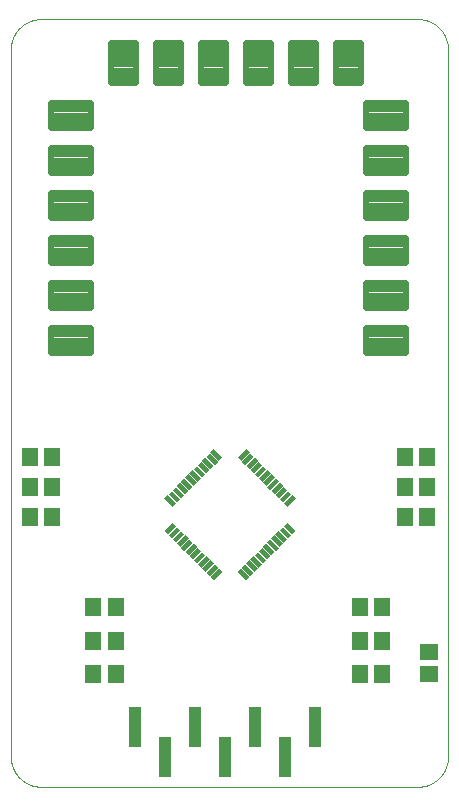
<source format=gbs>
G75*
%MOIN*%
%OFA0B0*%
%FSLAX25Y25*%
%IPPOS*%
%LPD*%
%AMOC8*
5,1,8,0,0,1.08239X$1,22.5*
%
%ADD10C,0.00000*%
%ADD11R,0.05518X0.06306*%
%ADD12R,0.06306X0.05518*%
%ADD13R,0.04400X0.13400*%
%ADD14R,0.03943X0.01581*%
%ADD15R,0.01581X0.03943*%
%ADD16C,0.02080*%
D10*
X0003211Y0011500D02*
X0003211Y0247406D01*
X0003214Y0247648D01*
X0003223Y0247889D01*
X0003237Y0248130D01*
X0003258Y0248371D01*
X0003284Y0248611D01*
X0003316Y0248851D01*
X0003354Y0249090D01*
X0003397Y0249327D01*
X0003447Y0249564D01*
X0003502Y0249799D01*
X0003562Y0250033D01*
X0003629Y0250265D01*
X0003700Y0250496D01*
X0003778Y0250725D01*
X0003861Y0250952D01*
X0003949Y0251177D01*
X0004043Y0251400D01*
X0004142Y0251620D01*
X0004247Y0251838D01*
X0004356Y0252053D01*
X0004471Y0252266D01*
X0004591Y0252476D01*
X0004716Y0252682D01*
X0004846Y0252886D01*
X0004981Y0253087D01*
X0005121Y0253284D01*
X0005265Y0253478D01*
X0005414Y0253668D01*
X0005568Y0253854D01*
X0005726Y0254037D01*
X0005888Y0254216D01*
X0006055Y0254391D01*
X0006226Y0254562D01*
X0006401Y0254729D01*
X0006580Y0254891D01*
X0006763Y0255049D01*
X0006949Y0255203D01*
X0007139Y0255352D01*
X0007333Y0255496D01*
X0007530Y0255636D01*
X0007731Y0255771D01*
X0007935Y0255901D01*
X0008141Y0256026D01*
X0008351Y0256146D01*
X0008564Y0256261D01*
X0008779Y0256370D01*
X0008997Y0256475D01*
X0009217Y0256574D01*
X0009440Y0256668D01*
X0009665Y0256756D01*
X0009892Y0256839D01*
X0010121Y0256917D01*
X0010352Y0256988D01*
X0010584Y0257055D01*
X0010818Y0257115D01*
X0011053Y0257170D01*
X0011290Y0257220D01*
X0011527Y0257263D01*
X0011766Y0257301D01*
X0012006Y0257333D01*
X0012246Y0257359D01*
X0012487Y0257380D01*
X0012728Y0257394D01*
X0012969Y0257403D01*
X0013211Y0257406D01*
X0138880Y0257406D01*
X0139122Y0257403D01*
X0139363Y0257394D01*
X0139604Y0257380D01*
X0139845Y0257359D01*
X0140085Y0257333D01*
X0140325Y0257301D01*
X0140564Y0257263D01*
X0140801Y0257220D01*
X0141038Y0257170D01*
X0141273Y0257115D01*
X0141507Y0257055D01*
X0141739Y0256988D01*
X0141970Y0256917D01*
X0142199Y0256839D01*
X0142426Y0256756D01*
X0142651Y0256668D01*
X0142874Y0256574D01*
X0143094Y0256475D01*
X0143312Y0256370D01*
X0143527Y0256261D01*
X0143740Y0256146D01*
X0143950Y0256026D01*
X0144156Y0255901D01*
X0144360Y0255771D01*
X0144561Y0255636D01*
X0144758Y0255496D01*
X0144952Y0255352D01*
X0145142Y0255203D01*
X0145328Y0255049D01*
X0145511Y0254891D01*
X0145690Y0254729D01*
X0145865Y0254562D01*
X0146036Y0254391D01*
X0146203Y0254216D01*
X0146365Y0254037D01*
X0146523Y0253854D01*
X0146677Y0253668D01*
X0146826Y0253478D01*
X0146970Y0253284D01*
X0147110Y0253087D01*
X0147245Y0252886D01*
X0147375Y0252682D01*
X0147500Y0252476D01*
X0147620Y0252266D01*
X0147735Y0252053D01*
X0147844Y0251838D01*
X0147949Y0251620D01*
X0148048Y0251400D01*
X0148142Y0251177D01*
X0148230Y0250952D01*
X0148313Y0250725D01*
X0148391Y0250496D01*
X0148462Y0250265D01*
X0148529Y0250033D01*
X0148589Y0249799D01*
X0148644Y0249564D01*
X0148694Y0249327D01*
X0148737Y0249090D01*
X0148775Y0248851D01*
X0148807Y0248611D01*
X0148833Y0248371D01*
X0148854Y0248130D01*
X0148868Y0247889D01*
X0148877Y0247648D01*
X0148880Y0247406D01*
X0148880Y0011500D01*
X0148877Y0011258D01*
X0148868Y0011017D01*
X0148854Y0010776D01*
X0148833Y0010535D01*
X0148807Y0010295D01*
X0148775Y0010055D01*
X0148737Y0009816D01*
X0148694Y0009579D01*
X0148644Y0009342D01*
X0148589Y0009107D01*
X0148529Y0008873D01*
X0148462Y0008641D01*
X0148391Y0008410D01*
X0148313Y0008181D01*
X0148230Y0007954D01*
X0148142Y0007729D01*
X0148048Y0007506D01*
X0147949Y0007286D01*
X0147844Y0007068D01*
X0147735Y0006853D01*
X0147620Y0006640D01*
X0147500Y0006430D01*
X0147375Y0006224D01*
X0147245Y0006020D01*
X0147110Y0005819D01*
X0146970Y0005622D01*
X0146826Y0005428D01*
X0146677Y0005238D01*
X0146523Y0005052D01*
X0146365Y0004869D01*
X0146203Y0004690D01*
X0146036Y0004515D01*
X0145865Y0004344D01*
X0145690Y0004177D01*
X0145511Y0004015D01*
X0145328Y0003857D01*
X0145142Y0003703D01*
X0144952Y0003554D01*
X0144758Y0003410D01*
X0144561Y0003270D01*
X0144360Y0003135D01*
X0144156Y0003005D01*
X0143950Y0002880D01*
X0143740Y0002760D01*
X0143527Y0002645D01*
X0143312Y0002536D01*
X0143094Y0002431D01*
X0142874Y0002332D01*
X0142651Y0002238D01*
X0142426Y0002150D01*
X0142199Y0002067D01*
X0141970Y0001989D01*
X0141739Y0001918D01*
X0141507Y0001851D01*
X0141273Y0001791D01*
X0141038Y0001736D01*
X0140801Y0001686D01*
X0140564Y0001643D01*
X0140325Y0001605D01*
X0140085Y0001573D01*
X0139845Y0001547D01*
X0139604Y0001526D01*
X0139363Y0001512D01*
X0139122Y0001503D01*
X0138880Y0001500D01*
X0013211Y0001500D01*
X0012969Y0001503D01*
X0012728Y0001512D01*
X0012487Y0001526D01*
X0012246Y0001547D01*
X0012006Y0001573D01*
X0011766Y0001605D01*
X0011527Y0001643D01*
X0011290Y0001686D01*
X0011053Y0001736D01*
X0010818Y0001791D01*
X0010584Y0001851D01*
X0010352Y0001918D01*
X0010121Y0001989D01*
X0009892Y0002067D01*
X0009665Y0002150D01*
X0009440Y0002238D01*
X0009217Y0002332D01*
X0008997Y0002431D01*
X0008779Y0002536D01*
X0008564Y0002645D01*
X0008351Y0002760D01*
X0008141Y0002880D01*
X0007935Y0003005D01*
X0007731Y0003135D01*
X0007530Y0003270D01*
X0007333Y0003410D01*
X0007139Y0003554D01*
X0006949Y0003703D01*
X0006763Y0003857D01*
X0006580Y0004015D01*
X0006401Y0004177D01*
X0006226Y0004344D01*
X0006055Y0004515D01*
X0005888Y0004690D01*
X0005726Y0004869D01*
X0005568Y0005052D01*
X0005414Y0005238D01*
X0005265Y0005428D01*
X0005121Y0005622D01*
X0004981Y0005819D01*
X0004846Y0006020D01*
X0004716Y0006224D01*
X0004591Y0006430D01*
X0004471Y0006640D01*
X0004356Y0006853D01*
X0004247Y0007068D01*
X0004142Y0007286D01*
X0004043Y0007506D01*
X0003949Y0007729D01*
X0003861Y0007954D01*
X0003778Y0008181D01*
X0003700Y0008410D01*
X0003629Y0008641D01*
X0003562Y0008873D01*
X0003502Y0009107D01*
X0003447Y0009342D01*
X0003397Y0009579D01*
X0003354Y0009816D01*
X0003316Y0010055D01*
X0003284Y0010295D01*
X0003258Y0010535D01*
X0003237Y0010776D01*
X0003223Y0011017D01*
X0003214Y0011258D01*
X0003211Y0011500D01*
D11*
X0030721Y0039000D03*
X0030721Y0050250D03*
X0030721Y0061500D03*
X0038201Y0061500D03*
X0038201Y0050250D03*
X0038201Y0039000D03*
X0016951Y0091500D03*
X0016951Y0101500D03*
X0009471Y0101500D03*
X0009471Y0091500D03*
X0009471Y0111500D03*
X0016951Y0111500D03*
X0119471Y0061500D03*
X0126951Y0061500D03*
X0126951Y0050250D03*
X0119471Y0050250D03*
X0119471Y0039000D03*
X0126951Y0039000D03*
X0134471Y0091500D03*
X0134471Y0101500D03*
X0134471Y0111500D03*
X0141951Y0111500D03*
X0141951Y0101500D03*
X0141951Y0091500D03*
D12*
X0142586Y0046490D03*
X0142586Y0039010D03*
D13*
X0104461Y0021500D03*
X0094461Y0011500D03*
X0084461Y0021500D03*
X0074461Y0011500D03*
X0064461Y0021500D03*
X0054461Y0011500D03*
X0044461Y0021500D03*
D14*
G36*
X0069684Y0071492D02*
X0072471Y0074279D01*
X0073588Y0073162D01*
X0070801Y0070375D01*
X0069684Y0071492D01*
G37*
G36*
X0068292Y0072884D02*
X0071079Y0075671D01*
X0072196Y0074554D01*
X0069409Y0071767D01*
X0068292Y0072884D01*
G37*
G36*
X0066900Y0074276D02*
X0069687Y0077063D01*
X0070804Y0075946D01*
X0068017Y0073159D01*
X0066900Y0074276D01*
G37*
G36*
X0065508Y0075668D02*
X0068295Y0078455D01*
X0069412Y0077338D01*
X0066625Y0074551D01*
X0065508Y0075668D01*
G37*
G36*
X0064116Y0077060D02*
X0066903Y0079847D01*
X0068020Y0078730D01*
X0065233Y0075943D01*
X0064116Y0077060D01*
G37*
G36*
X0062724Y0078452D02*
X0065511Y0081239D01*
X0066628Y0080122D01*
X0063841Y0077335D01*
X0062724Y0078452D01*
G37*
G36*
X0061332Y0079844D02*
X0064119Y0082631D01*
X0065236Y0081514D01*
X0062449Y0078727D01*
X0061332Y0079844D01*
G37*
G36*
X0059940Y0081236D02*
X0062727Y0084023D01*
X0063844Y0082906D01*
X0061057Y0080119D01*
X0059940Y0081236D01*
G37*
G36*
X0058548Y0082628D02*
X0061335Y0085415D01*
X0062452Y0084298D01*
X0059665Y0081511D01*
X0058548Y0082628D01*
G37*
G36*
X0057156Y0084020D02*
X0059943Y0086807D01*
X0061060Y0085690D01*
X0058273Y0082903D01*
X0057156Y0084020D01*
G37*
G36*
X0055764Y0085412D02*
X0058551Y0088199D01*
X0059668Y0087082D01*
X0056881Y0084295D01*
X0055764Y0085412D01*
G37*
G36*
X0054372Y0086804D02*
X0057159Y0089591D01*
X0058276Y0088474D01*
X0055489Y0085687D01*
X0054372Y0086804D01*
G37*
G36*
X0078870Y0111302D02*
X0081657Y0114089D01*
X0082774Y0112972D01*
X0079987Y0110185D01*
X0078870Y0111302D01*
G37*
G36*
X0080262Y0109910D02*
X0083049Y0112697D01*
X0084166Y0111580D01*
X0081379Y0108793D01*
X0080262Y0109910D01*
G37*
G36*
X0081654Y0108518D02*
X0084441Y0111305D01*
X0085558Y0110188D01*
X0082771Y0107401D01*
X0081654Y0108518D01*
G37*
G36*
X0083046Y0107126D02*
X0085833Y0109913D01*
X0086950Y0108796D01*
X0084163Y0106009D01*
X0083046Y0107126D01*
G37*
G36*
X0084438Y0105734D02*
X0087225Y0108521D01*
X0088342Y0107404D01*
X0085555Y0104617D01*
X0084438Y0105734D01*
G37*
G36*
X0085830Y0104342D02*
X0088617Y0107129D01*
X0089734Y0106012D01*
X0086947Y0103225D01*
X0085830Y0104342D01*
G37*
G36*
X0087222Y0102950D02*
X0090009Y0105737D01*
X0091126Y0104620D01*
X0088339Y0101833D01*
X0087222Y0102950D01*
G37*
G36*
X0088614Y0101558D02*
X0091401Y0104345D01*
X0092518Y0103228D01*
X0089731Y0100441D01*
X0088614Y0101558D01*
G37*
G36*
X0090006Y0100166D02*
X0092793Y0102953D01*
X0093910Y0101836D01*
X0091123Y0099049D01*
X0090006Y0100166D01*
G37*
G36*
X0091398Y0098775D02*
X0094185Y0101562D01*
X0095302Y0100445D01*
X0092515Y0097658D01*
X0091398Y0098775D01*
G37*
G36*
X0092790Y0097383D02*
X0095577Y0100170D01*
X0096694Y0099053D01*
X0093907Y0096266D01*
X0092790Y0097383D01*
G37*
G36*
X0094182Y0095991D02*
X0096969Y0098778D01*
X0098086Y0097661D01*
X0095299Y0094874D01*
X0094182Y0095991D01*
G37*
D15*
G36*
X0094182Y0088474D02*
X0095299Y0089591D01*
X0098086Y0086804D01*
X0096969Y0085687D01*
X0094182Y0088474D01*
G37*
G36*
X0092790Y0087082D02*
X0093907Y0088199D01*
X0096694Y0085412D01*
X0095577Y0084295D01*
X0092790Y0087082D01*
G37*
G36*
X0091398Y0085690D02*
X0092515Y0086807D01*
X0095302Y0084020D01*
X0094185Y0082903D01*
X0091398Y0085690D01*
G37*
G36*
X0090006Y0084298D02*
X0091123Y0085415D01*
X0093910Y0082628D01*
X0092793Y0081511D01*
X0090006Y0084298D01*
G37*
G36*
X0088614Y0082906D02*
X0089731Y0084023D01*
X0092518Y0081236D01*
X0091401Y0080119D01*
X0088614Y0082906D01*
G37*
G36*
X0087222Y0081514D02*
X0088339Y0082631D01*
X0091126Y0079844D01*
X0090009Y0078727D01*
X0087222Y0081514D01*
G37*
G36*
X0085830Y0080122D02*
X0086947Y0081239D01*
X0089734Y0078452D01*
X0088617Y0077335D01*
X0085830Y0080122D01*
G37*
G36*
X0084438Y0078730D02*
X0085555Y0079847D01*
X0088342Y0077060D01*
X0087225Y0075943D01*
X0084438Y0078730D01*
G37*
G36*
X0083046Y0077338D02*
X0084163Y0078455D01*
X0086950Y0075668D01*
X0085833Y0074551D01*
X0083046Y0077338D01*
G37*
G36*
X0081654Y0075946D02*
X0082771Y0077063D01*
X0085558Y0074276D01*
X0084441Y0073159D01*
X0081654Y0075946D01*
G37*
G36*
X0080262Y0074554D02*
X0081379Y0075671D01*
X0084166Y0072884D01*
X0083049Y0071767D01*
X0080262Y0074554D01*
G37*
G36*
X0078870Y0073162D02*
X0079987Y0074279D01*
X0082774Y0071492D01*
X0081657Y0070375D01*
X0078870Y0073162D01*
G37*
G36*
X0059940Y0103228D02*
X0061057Y0104345D01*
X0063844Y0101558D01*
X0062727Y0100441D01*
X0059940Y0103228D01*
G37*
G36*
X0058548Y0101836D02*
X0059665Y0102953D01*
X0062452Y0100166D01*
X0061335Y0099049D01*
X0058548Y0101836D01*
G37*
G36*
X0057156Y0100445D02*
X0058273Y0101562D01*
X0061060Y0098775D01*
X0059943Y0097658D01*
X0057156Y0100445D01*
G37*
G36*
X0055764Y0099053D02*
X0056881Y0100170D01*
X0059668Y0097383D01*
X0058551Y0096266D01*
X0055764Y0099053D01*
G37*
G36*
X0054372Y0097661D02*
X0055489Y0098778D01*
X0058276Y0095991D01*
X0057159Y0094874D01*
X0054372Y0097661D01*
G37*
G36*
X0061332Y0104620D02*
X0062449Y0105737D01*
X0065236Y0102950D01*
X0064119Y0101833D01*
X0061332Y0104620D01*
G37*
G36*
X0062724Y0106012D02*
X0063841Y0107129D01*
X0066628Y0104342D01*
X0065511Y0103225D01*
X0062724Y0106012D01*
G37*
G36*
X0064116Y0107404D02*
X0065233Y0108521D01*
X0068020Y0105734D01*
X0066903Y0104617D01*
X0064116Y0107404D01*
G37*
G36*
X0065508Y0108796D02*
X0066625Y0109913D01*
X0069412Y0107126D01*
X0068295Y0106009D01*
X0065508Y0108796D01*
G37*
G36*
X0066900Y0110188D02*
X0068017Y0111305D01*
X0070804Y0108518D01*
X0069687Y0107401D01*
X0066900Y0110188D01*
G37*
G36*
X0068292Y0111580D02*
X0069409Y0112697D01*
X0072196Y0109910D01*
X0071079Y0108793D01*
X0068292Y0111580D01*
G37*
G36*
X0069684Y0112972D02*
X0070801Y0114089D01*
X0073588Y0111302D01*
X0072471Y0110185D01*
X0069684Y0112972D01*
G37*
D16*
X0016551Y0146090D02*
X0016551Y0154410D01*
X0029871Y0154410D01*
X0029871Y0146090D01*
X0016551Y0146090D01*
X0016551Y0148169D02*
X0029871Y0148169D01*
X0029871Y0150248D02*
X0016551Y0150248D01*
X0016551Y0152327D02*
X0029871Y0152327D01*
X0029871Y0154406D02*
X0016551Y0154406D01*
X0016551Y0161090D02*
X0016551Y0169410D01*
X0029871Y0169410D01*
X0029871Y0161090D01*
X0016551Y0161090D01*
X0016551Y0163169D02*
X0029871Y0163169D01*
X0029871Y0165248D02*
X0016551Y0165248D01*
X0016551Y0167327D02*
X0029871Y0167327D01*
X0029871Y0169406D02*
X0016551Y0169406D01*
X0016551Y0176090D02*
X0016551Y0184410D01*
X0029871Y0184410D01*
X0029871Y0176090D01*
X0016551Y0176090D01*
X0016551Y0178169D02*
X0029871Y0178169D01*
X0029871Y0180248D02*
X0016551Y0180248D01*
X0016551Y0182327D02*
X0029871Y0182327D01*
X0029871Y0184406D02*
X0016551Y0184406D01*
X0016551Y0191090D02*
X0016551Y0199410D01*
X0029871Y0199410D01*
X0029871Y0191090D01*
X0016551Y0191090D01*
X0016551Y0193169D02*
X0029871Y0193169D01*
X0029871Y0195248D02*
X0016551Y0195248D01*
X0016551Y0197327D02*
X0029871Y0197327D01*
X0029871Y0199406D02*
X0016551Y0199406D01*
X0029871Y0206090D02*
X0029871Y0214410D01*
X0029871Y0206090D02*
X0016551Y0206090D01*
X0016551Y0214410D01*
X0029871Y0214410D01*
X0029871Y0208169D02*
X0016551Y0208169D01*
X0016551Y0210248D02*
X0029871Y0210248D01*
X0029871Y0212327D02*
X0016551Y0212327D01*
X0016551Y0214406D02*
X0029871Y0214406D01*
X0029871Y0221090D02*
X0029871Y0229410D01*
X0029871Y0221090D02*
X0016551Y0221090D01*
X0016551Y0229410D01*
X0029871Y0229410D01*
X0029871Y0223169D02*
X0016551Y0223169D01*
X0016551Y0225248D02*
X0029871Y0225248D01*
X0029871Y0227327D02*
X0016551Y0227327D01*
X0016551Y0229406D02*
X0029871Y0229406D01*
X0036551Y0249410D02*
X0044871Y0249410D01*
X0044871Y0236090D01*
X0036551Y0236090D01*
X0036551Y0249410D01*
X0036551Y0238169D02*
X0044871Y0238169D01*
X0044871Y0240248D02*
X0036551Y0240248D01*
X0036551Y0242327D02*
X0044871Y0242327D01*
X0044871Y0244406D02*
X0036551Y0244406D01*
X0036551Y0246485D02*
X0044871Y0246485D01*
X0044871Y0248564D02*
X0036551Y0248564D01*
X0051551Y0249410D02*
X0059871Y0249410D01*
X0059871Y0236090D01*
X0051551Y0236090D01*
X0051551Y0249410D01*
X0051551Y0238169D02*
X0059871Y0238169D01*
X0059871Y0240248D02*
X0051551Y0240248D01*
X0051551Y0242327D02*
X0059871Y0242327D01*
X0059871Y0244406D02*
X0051551Y0244406D01*
X0051551Y0246485D02*
X0059871Y0246485D01*
X0059871Y0248564D02*
X0051551Y0248564D01*
X0066551Y0249410D02*
X0074871Y0249410D01*
X0074871Y0236090D01*
X0066551Y0236090D01*
X0066551Y0249410D01*
X0066551Y0238169D02*
X0074871Y0238169D01*
X0074871Y0240248D02*
X0066551Y0240248D01*
X0066551Y0242327D02*
X0074871Y0242327D01*
X0074871Y0244406D02*
X0066551Y0244406D01*
X0066551Y0246485D02*
X0074871Y0246485D01*
X0074871Y0248564D02*
X0066551Y0248564D01*
X0081551Y0249410D02*
X0089871Y0249410D01*
X0089871Y0236090D01*
X0081551Y0236090D01*
X0081551Y0249410D01*
X0081551Y0238169D02*
X0089871Y0238169D01*
X0089871Y0240248D02*
X0081551Y0240248D01*
X0081551Y0242327D02*
X0089871Y0242327D01*
X0089871Y0244406D02*
X0081551Y0244406D01*
X0081551Y0246485D02*
X0089871Y0246485D01*
X0089871Y0248564D02*
X0081551Y0248564D01*
X0096551Y0249410D02*
X0104871Y0249410D01*
X0104871Y0236090D01*
X0096551Y0236090D01*
X0096551Y0249410D01*
X0096551Y0238169D02*
X0104871Y0238169D01*
X0104871Y0240248D02*
X0096551Y0240248D01*
X0096551Y0242327D02*
X0104871Y0242327D01*
X0104871Y0244406D02*
X0096551Y0244406D01*
X0096551Y0246485D02*
X0104871Y0246485D01*
X0104871Y0248564D02*
X0096551Y0248564D01*
X0111551Y0249410D02*
X0119871Y0249410D01*
X0119871Y0236090D01*
X0111551Y0236090D01*
X0111551Y0249410D01*
X0111551Y0238169D02*
X0119871Y0238169D01*
X0119871Y0240248D02*
X0111551Y0240248D01*
X0111551Y0242327D02*
X0119871Y0242327D01*
X0119871Y0244406D02*
X0111551Y0244406D01*
X0111551Y0246485D02*
X0119871Y0246485D01*
X0119871Y0248564D02*
X0111551Y0248564D01*
X0121551Y0229410D02*
X0121551Y0221090D01*
X0121551Y0229410D02*
X0134871Y0229410D01*
X0134871Y0221090D01*
X0121551Y0221090D01*
X0121551Y0223169D02*
X0134871Y0223169D01*
X0134871Y0225248D02*
X0121551Y0225248D01*
X0121551Y0227327D02*
X0134871Y0227327D01*
X0134871Y0229406D02*
X0121551Y0229406D01*
X0121551Y0214410D02*
X0121551Y0206090D01*
X0121551Y0214410D02*
X0134871Y0214410D01*
X0134871Y0206090D01*
X0121551Y0206090D01*
X0121551Y0208169D02*
X0134871Y0208169D01*
X0134871Y0210248D02*
X0121551Y0210248D01*
X0121551Y0212327D02*
X0134871Y0212327D01*
X0134871Y0214406D02*
X0121551Y0214406D01*
X0121551Y0199410D02*
X0121551Y0191090D01*
X0121551Y0199410D02*
X0134871Y0199410D01*
X0134871Y0191090D01*
X0121551Y0191090D01*
X0121551Y0193169D02*
X0134871Y0193169D01*
X0134871Y0195248D02*
X0121551Y0195248D01*
X0121551Y0197327D02*
X0134871Y0197327D01*
X0134871Y0199406D02*
X0121551Y0199406D01*
X0121551Y0184410D02*
X0121551Y0176090D01*
X0121551Y0184410D02*
X0134871Y0184410D01*
X0134871Y0176090D01*
X0121551Y0176090D01*
X0121551Y0178169D02*
X0134871Y0178169D01*
X0134871Y0180248D02*
X0121551Y0180248D01*
X0121551Y0182327D02*
X0134871Y0182327D01*
X0134871Y0184406D02*
X0121551Y0184406D01*
X0121551Y0169410D02*
X0121551Y0161090D01*
X0121551Y0169410D02*
X0134871Y0169410D01*
X0134871Y0161090D01*
X0121551Y0161090D01*
X0121551Y0163169D02*
X0134871Y0163169D01*
X0134871Y0165248D02*
X0121551Y0165248D01*
X0121551Y0167327D02*
X0134871Y0167327D01*
X0134871Y0169406D02*
X0121551Y0169406D01*
X0121551Y0154410D02*
X0121551Y0146090D01*
X0121551Y0154410D02*
X0134871Y0154410D01*
X0134871Y0146090D01*
X0121551Y0146090D01*
X0121551Y0148169D02*
X0134871Y0148169D01*
X0134871Y0150248D02*
X0121551Y0150248D01*
X0121551Y0152327D02*
X0134871Y0152327D01*
X0134871Y0154406D02*
X0121551Y0154406D01*
M02*

</source>
